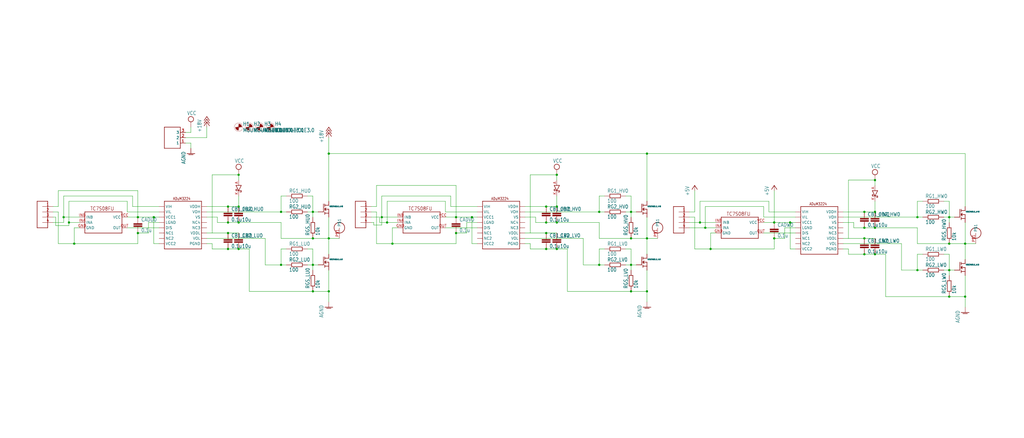
<source format=kicad_sch>
(kicad_sch (version 20211123) (generator eeschema)
  (paper "User" 490.474 210.007)
  (lib_symbols
    (symbol "motordriver_v2-eagle-import:+18V" (power)
      (property "Value" "+18V" (at -2.54 -5.08 90))
      (symbol "+18V_1_0"
        (polyline (pts (xy 0 0) (xy -1.27 -1.905)) (stroke (width 0.254)))
        (polyline (pts (xy 0 1.27) (xy -1.27 -0.635)) (stroke (width 0.254)))
        (polyline (pts (xy 0 2.54) (xy -1.27 0.635)) (stroke (width 0.254)))
        (polyline (pts (xy 1.27 -1.905) (xy 0 0)) (stroke (width 0.254)))
        (polyline (pts (xy 1.27 -0.635) (xy 0 1.27)) (stroke (width 0.254)))
        (polyline (pts (xy 1.27 0.635) (xy 0 2.54)) (stroke (width 0.254)))
        (pin power_in line (at 0 -2.54 90) (length 2.54) (name "+18V") (number "1"))
      )
    )
    (symbol "motordriver_v2-eagle-import:+5V" (power)
      (property "Value" "+5V" (at -2.54 -5.08 90))
      (symbol "+5V_1_0"
        (polyline (pts (xy 0 0) (xy -1.27 -1.905)) (stroke (width 0.254)))
        (polyline (pts (xy 1.27 -1.905) (xy 0 0)) (stroke (width 0.254)))
        (pin power_in line (at 0 -2.54 90) (length 2.54) (name "+5V") (number "1"))
      )
    )
    (symbol "motordriver_v2-eagle-import:ADUM3224"
      (symbol "ADUM3224_1_0"
        (polyline (pts (xy 0 -20.32) (xy 17.78 -20.32)) (stroke (width 0.254)))
        (polyline (pts (xy 0 2.54) (xy 0 -20.32)) (stroke (width 0.254)))
        (polyline (pts (xy 17.78 -20.32) (xy 17.78 2.54)) (stroke (width 0.254)))
        (polyline (pts (xy 17.78 2.54) (xy 0 2.54)) (stroke (width 0.254)))
        (text "ADuM3224" (at 4.064 3.048 0) (effects (font (size 1.27 1.0795)) (justify left bottom)))
        (pin bidirectional line (at -2.54 -10.16 0) (length 2.54) (name "DIS") (number "DIS"))
        (pin bidirectional line (at -2.54 -7.62 0) (length 2.54) (name "LGND") (number "LGND"))
        (pin bidirectional line (at -2.54 -12.7 0) (length 2.54) (name "NC1") (number "NC1"))
        (pin bidirectional line (at -2.54 -15.24 0) (length 2.54) (name "NC2") (number "NC2"))
        (pin bidirectional line (at 20.32 -10.16 180) (length 2.54) (name "NC3") (number "NC3"))
        (pin bidirectional line (at 20.32 -7.62 180) (length 2.54) (name "NC4") (number "NC4"))
        (pin bidirectional line (at 20.32 -17.78 180) (length 2.54) (name "PGND") (number "PGND"))
        (pin bidirectional line (at -2.54 -5.08 0) (length 2.54) (name "VCC1") (number "VCC1"))
        (pin bidirectional line (at -2.54 -17.78 0) (length 2.54) (name "VCC2") (number "VCC2"))
        (pin bidirectional line (at 20.32 0 180) (length 2.54) (name "VDDH") (number "VDDH"))
        (pin bidirectional line (at 20.32 -12.7 180) (length 2.54) (name "VDDL") (number "VDDL"))
        (pin bidirectional line (at -2.54 0 0) (length 2.54) (name "VIH") (number "VIH"))
        (pin bidirectional line (at -2.54 -2.54 0) (length 2.54) (name "VIL") (number "VIL"))
        (pin bidirectional line (at 20.32 -2.54 180) (length 2.54) (name "VOH") (number "VOH"))
        (pin bidirectional line (at 20.32 -15.24 180) (length 2.54) (name "VOL") (number "VOL"))
        (pin bidirectional line (at 20.32 -5.08 180) (length 2.54) (name "VS") (number "VS"))
      )
    )
    (symbol "motordriver_v2-eagle-import:AGND" (power)
      (property "Value" "AGND" (at -2.54 -5.08 90))
      (symbol "AGND_1_0"
        (polyline (pts (xy -1.905 0) (xy 1.905 0)) (stroke (width 0.254)))
        (polyline (pts (xy -1.0922 -0.508) (xy 1.0922 -0.508)) (stroke (width 0.254)))
        (pin power_in line (at 0 2.54 270) (length 2.54) (name "AGND") (number "1"))
      )
    )
    (symbol "motordriver_v2-eagle-import:B4B-XH-A"
      (symbol "B4B-XH-A_1_0"
        (polyline (pts (xy -5.08 -5.08) (xy -5.08 0)) (stroke (width 0.254)))
        (polyline (pts (xy -5.08 0) (xy 7.62 0)) (stroke (width 0.254)))
        (polyline (pts (xy 7.62 -5.08) (xy -5.08 -5.08)) (stroke (width 0.254)))
        (polyline (pts (xy 7.62 0) (xy 7.62 -5.08)) (stroke (width 0.254)))
        (pin bidirectional line (at -2.54 2.54 270) (length 5.08) (name "1") (number "1"))
        (pin bidirectional line (at 0 2.54 270) (length 5.08) (name "2") (number "2"))
        (pin bidirectional line (at 2.54 2.54 270) (length 5.08) (name "3") (number "3"))
        (pin bidirectional line (at 5.08 2.54 270) (length 5.08) (name "4") (number "4"))
      )
    )
    (symbol "motordriver_v2-eagle-import:C-EUC2012"
      (property "Reference" "C" (at 1.524 0.381 0))
      (property "Value" "C-EUC2012" (at 1.524 -4.699 0))
      (symbol "C-EUC2012_1_0"
        (rectangle (start -2.032 -2.032) (end 2.032 -1.524) (fill (type outline)))
        (rectangle (start -2.032 -1.016) (end 2.032 -0.508) (fill (type outline)))
        (polyline (pts (xy 0 -2.54) (xy 0 -2.032)) (stroke (width 0.1524)))
        (polyline (pts (xy 0 0) (xy 0 -0.508)) (stroke (width 0.1524)))
        (pin passive line (at 0 2.54 270) (length 2.54) (name "1") (number "1"))
        (pin passive line (at 0 -5.08 90) (length 2.54) (name "2") (number "2"))
      )
    )
    (symbol "motordriver_v2-eagle-import:C-EUC3225"
      (property "Reference" "C" (at 1.524 0.381 0))
      (property "Value" "C-EUC3225" (at 1.524 -4.699 0))
      (symbol "C-EUC3225_1_0"
        (rectangle (start -2.032 -2.032) (end 2.032 -1.524) (fill (type outline)))
        (rectangle (start -2.032 -1.016) (end 2.032 -0.508) (fill (type outline)))
        (polyline (pts (xy 0 -2.54) (xy 0 -2.032)) (stroke (width 0.1524)))
        (polyline (pts (xy 0 0) (xy 0 -0.508)) (stroke (width 0.1524)))
        (pin passive line (at 0 2.54 270) (length 2.54) (name "1") (number "1"))
        (pin passive line (at 0 -5.08 90) (length 2.54) (name "2") (number "2"))
      )
    )
    (symbol "motordriver_v2-eagle-import:MOUNT-HOLE3.0"
      (property "Reference" "H" (at 2.032 0.5842 0))
      (property "Value" "MOUNT-HOLE3.0" (at 2.032 -2.4638 0))
      (symbol "MOUNT-HOLE3.0_1_0"
        (arc (start -1.524 0) (mid -1.0776 -1.0776) (end 0 -1.524) (stroke (width 0.0001)) (fill (type outline)))
        (polyline (pts (xy -0.508 0) (xy 0.508 0)) (stroke (width 0.0508)))
        (polyline (pts (xy 0 0.508) (xy 0 -0.508)) (stroke (width 0.0508)))
        (circle (center 0 0) (radius 0.508) (stroke (width 0.0508)))
        (circle (center 0 0) (radius 2.032) (stroke (width 0.0508)))
        (arc (start 1.524 0) (mid 1.0776 1.0776) (end 0 1.524) (stroke (width 0.0001)) (fill (type outline)))
      )
    )
    (symbol "motordriver_v2-eagle-import:ND52N6SLG"
      (symbol "ND52N6SLG_1_0"
        (polyline (pts (xy -2.54 -5.08) (xy -5.08 -5.08)) (stroke (width 0.254)))
        (polyline (pts (xy -2.54 -1.27) (xy -2.54 -5.08)) (stroke (width 0.254)))
        (polyline (pts (xy -1.905 -5.715) (xy -1.905 -6.35)) (stroke (width 0.254)))
        (polyline (pts (xy -1.905 -5.715) (xy 0 -5.715)) (stroke (width 0.254)))
        (polyline (pts (xy -1.905 -5.08) (xy -1.905 -5.715)) (stroke (width 0.254)))
        (polyline (pts (xy -1.905 -3.81) (xy -1.905 -4.445)) (stroke (width 0.254)))
        (polyline (pts (xy -1.905 -3.81) (xy -1.27 -4.445)) (stroke (width 0.254)))
        (polyline (pts (xy -1.905 -3.81) (xy -1.27 -3.175)) (stroke (width 0.254)))
        (polyline (pts (xy -1.905 -3.81) (xy 0 -3.81)) (stroke (width 0.254)))
        (polyline (pts (xy -1.905 -3.175) (xy -1.905 -3.81)) (stroke (width 0.254)))
        (polyline (pts (xy -1.905 -1.27) (xy -1.905 -2.54)) (stroke (width 0.254)))
        (polyline (pts (xy 0 -5.715) (xy 0 -7.62)) (stroke (width 0.254)))
        (polyline (pts (xy 0 -3.81) (xy 0 -5.715)) (stroke (width 0.254)))
        (polyline (pts (xy 0 -1.905) (xy -1.905 -1.905)) (stroke (width 0.254)))
        (polyline (pts (xy 0 0) (xy 0 -1.905)) (stroke (width 0.254)))
        (pin bidirectional line (at -5.08 -5.08 0) (length 0) (name "G") (number "1"))
        (pin bidirectional line (at 0 -7.62 0) (length 0) (name "S") (number "3"))
        (pin bidirectional line (at 0 0 0) (length 0) (name "D") (number "4"))
      )
    )
    (symbol "motordriver_v2-eagle-import:R-EU_R2012"
      (property "Reference" "R" (at -3.81 1.4986 0))
      (property "Value" "R-EU_R2012" (at -3.81 -3.302 0))
      (symbol "R-EU_R2012_1_0"
        (polyline (pts (xy -2.54 -0.889) (xy -2.54 0.889)) (stroke (width 0.254)))
        (polyline (pts (xy -2.54 -0.889) (xy 2.54 -0.889)) (stroke (width 0.254)))
        (polyline (pts (xy 2.54 -0.889) (xy 2.54 0.889)) (stroke (width 0.254)))
        (polyline (pts (xy 2.54 0.889) (xy -2.54 0.889)) (stroke (width 0.254)))
        (pin passive line (at -5.08 0 0) (length 2.54) (name "1") (number "1"))
        (pin passive line (at 5.08 0 180) (length 2.54) (name "2") (number "2"))
      )
    )
    (symbol "motordriver_v2-eagle-import:R-EU_R3216"
      (property "Reference" "R" (at -3.81 1.4986 0))
      (property "Value" "R-EU_R3216" (at -3.81 -3.302 0))
      (symbol "R-EU_R3216_1_0"
        (polyline (pts (xy -2.54 -0.889) (xy -2.54 0.889)) (stroke (width 0.254)))
        (polyline (pts (xy -2.54 -0.889) (xy 2.54 -0.889)) (stroke (width 0.254)))
        (polyline (pts (xy 2.54 -0.889) (xy 2.54 0.889)) (stroke (width 0.254)))
        (polyline (pts (xy 2.54 0.889) (xy -2.54 0.889)) (stroke (width 0.254)))
        (pin passive line (at -5.08 0 0) (length 2.54) (name "1") (number "1"))
        (pin passive line (at 5.08 0 180) (length 2.54) (name "2") (number "2"))
      )
    )
    (symbol "motordriver_v2-eagle-import:SBR1U200P1"
      (symbol "SBR1U200P1_1_0"
        (polyline (pts (xy 0 -1.27) (xy 2.54 0)) (stroke (width 0.254)))
        (polyline (pts (xy 0 1.27) (xy 0 -1.27)) (stroke (width 0.254)))
        (polyline (pts (xy 1.905 -1.27) (xy 1.905 -0.635)) (stroke (width 0.254)))
        (polyline (pts (xy 2.54 -1.27) (xy 1.905 -1.27)) (stroke (width 0.254)))
        (polyline (pts (xy 2.54 0) (xy 0 1.27)) (stroke (width 0.254)))
        (polyline (pts (xy 2.54 1.27) (xy 2.54 -1.27)) (stroke (width 0.254)))
        (polyline (pts (xy 2.54 1.27) (xy 3.175 1.27)) (stroke (width 0.254)))
        (polyline (pts (xy 3.175 1.27) (xy 3.175 0.635)) (stroke (width 0.254)))
        (pin bidirectional line (at -2.54 0 0) (length 2.54) (name "A") (number "A"))
        (pin bidirectional line (at 5.08 0 180) (length 2.54) (name "K") (number "K"))
      )
    )
    (symbol "motordriver_v2-eagle-import:TC7S08FU"
      (symbol "TC7S08FU_1_0"
        (polyline (pts (xy 0 -7.62) (xy 17.78 -7.62)) (stroke (width 0.254)))
        (polyline (pts (xy 0 2.54) (xy 0 -7.62)) (stroke (width 0.254)))
        (polyline (pts (xy 17.78 -7.62) (xy 17.78 2.54)) (stroke (width 0.254)))
        (polyline (pts (xy 17.78 2.54) (xy 0 2.54)) (stroke (width 0.254)))
        (text "TC7S08FU" (at 2.54 3.048 0) (effects (font (size 1.778 1.5113)) (justify left bottom)))
        (pin bidirectional line (at -2.54 -5.08 0) (length 2.54) (name "GND") (number "GND"))
        (pin bidirectional line (at -2.54 -2.54 0) (length 2.54) (name "INA") (number "INA"))
        (pin bidirectional line (at -2.54 0 0) (length 2.54) (name "INB") (number "INB"))
        (pin bidirectional line (at 20.32 -5.08 180) (length 2.54) (name "OUT") (number "OUT"))
        (pin bidirectional line (at 20.32 0 180) (length 2.54) (name "VCC") (number "VCC"))
      )
    )
    (symbol "motordriver_v2-eagle-import:TERMINAL_3PIN"
      (symbol "TERMINAL_3PIN_1_0"
        (polyline (pts (xy 0 -7.62) (xy 7.62 -7.62)) (stroke (width 0.254)))
        (polyline (pts (xy 0 2.54) (xy 0 -7.62)) (stroke (width 0.254)))
        (polyline (pts (xy 7.62 -7.62) (xy 7.62 2.54)) (stroke (width 0.254)))
        (polyline (pts (xy 7.62 2.54) (xy 0 2.54)) (stroke (width 0.254)))
        (pin bidirectional line (at -2.54 0 0) (length 2.54) (name "1") (number "1"))
        (pin bidirectional line (at -2.54 -2.54 0) (length 2.54) (name "2") (number "2"))
        (pin bidirectional line (at -2.54 -5.08 0) (length 2.54) (name "3") (number "3"))
      )
    )
    (symbol "motordriver_v2-eagle-import:TH_HOLE_1.5MM"
      (symbol "TH_HOLE_1.5MM_1_0"
        (circle (center 0 0) (radius 2.54) (stroke (width 0.254)))
        (pin bidirectional line (at 0 -5.08 90) (length 5.08) (name "P$1") (number "P$1"))
      )
    )
    (symbol "motordriver_v2-eagle-import:VCC" (power)
      (property "Value" "VCC" (at -1.905 3.175 0))
      (symbol "VCC_1_0"
        (circle (center 0 1.27) (radius 1.27) (stroke (width 0.254)))
        (pin power_in line (at 0 -2.54 90) (length 2.54) (name "VCC") (number "1"))
      )
    )
  )
  (junction (at 114.3 106.68))
  (junction (at 218.44 111.76))
  (junction (at 370.84 106.68))
  (junction (at 454.66 129.54))
  (junction (at 261.62 106.68))
  (junction (at 109.22 119.38))
  (junction (at 149.86 139.7))
  (junction (at 266.7 119.38))
  (junction (at 266.7 99.06))
  (junction (at 309.88 139.7))
  (junction (at 114.3 119.38))
  (junction (at 414.02 101.6))
  (junction (at 414.02 114.3))
  (junction (at 261.62 119.38))
  (junction (at 454.66 142.24))
  (junction (at 337.82 109.22))
  (junction (at 414.02 121.92))
  (junction (at 266.7 106.68))
  (junction (at 134.62 127))
  (junction (at 157.48 139.7))
  (junction (at 340.36 119.38))
  (junction (at 33.02 106.68))
  (junction (at 309.88 114.3))
  (junction (at 30.48 104.14))
  (junction (at 149.86 101.6))
  (junction (at 370.84 114.3))
  (junction (at 302.26 127))
  (junction (at 114.3 99.06))
  (junction (at 302.26 139.7))
  (junction (at 66.04 104.14))
  (junction (at 261.62 99.06))
  (junction (at 157.48 114.3))
  (junction (at 149.86 127))
  (junction (at 35.56 116.84))
  (junction (at 182.88 104.14))
  (junction (at 287.02 101.6))
  (junction (at 157.48 73.66))
  (junction (at 454.66 104.14))
  (junction (at 266.7 83.82))
  (junction (at 218.44 104.14))
  (junction (at 114.3 83.82))
  (junction (at 109.22 99.06))
  (junction (at 302.26 114.3))
  (junction (at 335.28 106.68))
  (junction (at 287.02 127))
  (junction (at 414.02 109.22))
  (junction (at 185.42 106.68))
  (junction (at 309.88 73.66))
  (junction (at 439.42 104.14))
  (junction (at 187.96 116.84))
  (junction (at 419.1 121.92))
  (junction (at 226.06 104.14))
  (junction (at 454.66 116.84))
  (junction (at 73.66 104.14))
  (junction (at 462.28 116.84))
  (junction (at 419.1 101.6))
  (junction (at 261.62 111.76))
  (junction (at 419.1 86.36))
  (junction (at 302.26 101.6))
  (junction (at 66.04 111.76))
  (junction (at 109.22 106.68))
  (junction (at 378.46 106.68))
  (junction (at 109.22 111.76))
  (junction (at 149.86 114.3))
  (junction (at 134.62 101.6))
  (junction (at 439.42 129.54))
  (junction (at 462.28 142.24))
  (junction (at 419.1 109.22))
  (wire (pts (xy 179.07 107.95) (xy 182.88 107.95)))
  (wire (pts (xy 71.12 111.76) (xy 71.12 106.68)))
  (wire (pts (xy 408.94 106.68) (xy 408.94 109.22)))
  (wire (pts (xy 38.1 109.22) (xy 35.56 109.22)))
  (wire (pts (xy 381 109.22) (xy 375.92 109.22)))
  (wire (pts (xy 370.84 114.3) (xy 375.92 114.3)))
  (wire (pts (xy 35.56 116.84) (xy 66.04 116.84)))
  (wire (pts (xy 254 83.82) (xy 266.7 83.82)))
  (wire (pts (xy 441.96 121.92) (xy 439.42 121.92)))
  (wire (pts (xy 157.48 114.3) (xy 157.48 121.92)))
  (wire (pts (xy 342.9 111.76) (xy 340.36 111.76)))
  (wire (pts (xy 137.16 119.38) (xy 134.62 119.38)))
  (wire (pts (xy 419.1 121.92) (xy 424.18 121.92)))
  (wire (pts (xy 378.46 106.68) (xy 381 106.68)))
  (wire (pts (xy 337.82 109.22) (xy 342.9 109.22)))
  (wire (pts (xy 365.76 99.06) (xy 365.76 104.14)))
  (wire (pts (xy 63.5 93.98) (xy 63.5 99.06)))
  (wire (pts (xy 287.02 93.98) (xy 287.02 101.6)))
  (wire (pts (xy 462.28 142.24) (xy 462.28 147.32)))
  (wire (pts (xy 177.8 99.06) (xy 180.34 99.06)))
  (wire (pts (xy 73.66 104.14) (xy 73.66 116.84)))
  (wire (pts (xy 134.62 101.6) (xy 137.16 101.6)))
  (wire (pts (xy 218.44 111.76) (xy 223.52 111.76)))
  (wire (pts (xy 309.88 129.54) (xy 309.88 139.7)))
  (wire (pts (xy 157.48 73.66) (xy 157.48 96.52)))
  (wire (pts (xy 414.02 121.92) (xy 419.1 121.92)))
  (wire (pts (xy 134.62 106.68) (xy 134.62 114.3)))
  (wire (pts (xy 76.2 106.68) (xy 71.12 106.68)))
  (wire (pts (xy 134.62 127) (xy 137.16 127)))
  (wire (pts (xy 330.2 106.68) (xy 335.28 106.68)))
  (wire (pts (xy 33.02 106.68) (xy 33.02 96.52)))
  (wire (pts (xy 27.94 99.06) (xy 27.94 91.44)))
  (wire (pts (xy 406.4 114.3) (xy 403.86 114.3)))
  (wire (pts (xy 266.7 99.06) (xy 266.7 93.98)))
  (wire (pts (xy 91.44 68.58) (xy 91.44 71.12)))
  (wire (pts (xy 157.48 73.66) (xy 309.88 73.66)))
  (wire (pts (xy 33.02 96.52) (xy 60.96 96.52)))
  (wire (pts (xy 441.96 96.52) (xy 439.42 96.52)))
  (wire (pts (xy 271.78 119.38) (xy 271.78 139.7)))
  (wire (pts (xy 251.46 114.3) (xy 279.4 114.3)))
  (wire (pts (xy 114.3 119.38) (xy 119.38 119.38)))
  (wire (pts (xy 454.66 142.24) (xy 462.28 142.24)))
  (wire (pts (xy 365.76 104.14) (xy 381 104.14)))
  (wire (pts (xy 302.26 101.6) (xy 302.26 104.14)))
  (wire (pts (xy 439.42 129.54) (xy 441.96 129.54)))
  (wire (pts (xy 403.86 104.14) (xy 439.42 104.14)))
  (wire (pts (xy 454.66 129.54) (xy 457.2 129.54)))
  (wire (pts (xy 109.22 106.68) (xy 114.3 106.68)))
  (wire (pts (xy 266.7 119.38) (xy 271.78 119.38)))
  (wire (pts (xy 27.94 116.84) (xy 35.56 116.84)))
  (wire (pts (xy 439.42 109.22) (xy 439.42 116.84)))
  (wire (pts (xy 147.32 127) (xy 149.86 127)))
  (wire (pts (xy 177.8 104.14) (xy 181.864 104.14)))
  (wire (pts (xy 309.88 139.7) (xy 309.88 144.78)))
  (wire (pts (xy 406.4 114.3) (xy 414.02 114.3)))
  (wire (pts (xy 30.48 104.14) (xy 38.1 104.14)))
  (wire (pts (xy 424.18 121.92) (xy 424.18 142.24)))
  (wire (pts (xy 213.36 96.52) (xy 213.36 101.6)))
  (wire (pts (xy 213.36 109.22) (xy 228.6 109.22)))
  (wire (pts (xy 454.66 129.54) (xy 454.66 132.08)))
  (wire (pts (xy 180.34 116.84) (xy 187.96 116.84)))
  (wire (pts (xy 88.9 68.58) (xy 91.44 68.58)))
  (wire (pts (xy 127 114.3) (xy 127 127)))
  (wire (pts (xy 33.02 108.204) (xy 33.02 106.68)))
  (wire (pts (xy 109.22 111.76) (xy 114.3 111.76)))
  (wire (pts (xy 114.3 99.06) (xy 114.3 93.98)))
  (wire (pts (xy 332.74 101.6) (xy 332.74 91.44)))
  (wire (pts (xy 73.66 104.14) (xy 76.2 104.14)))
  (wire (pts (xy 337.82 99.06) (xy 365.76 99.06)))
  (wire (pts (xy 439.42 96.52) (xy 439.42 104.14)))
  (wire (pts (xy 419.1 101.6) (xy 419.1 96.52)))
  (wire (pts (xy 424.18 142.24) (xy 454.66 142.24)))
  (wire (pts (xy 335.28 106.68) (xy 335.28 96.52)))
  (wire (pts (xy 127 127) (xy 134.62 127)))
  (wire (pts (xy 226.06 116.84) (xy 228.6 116.84)))
  (wire (pts (xy 251.46 99.06) (xy 261.62 99.06)))
  (wire (pts (xy 147.32 119.38) (xy 149.86 119.38)))
  (wire (pts (xy 261.62 111.76) (xy 266.7 111.76)))
  (wire (pts (xy 149.86 114.3) (xy 157.48 114.3)))
  (wire (pts (xy 149.86 101.6) (xy 149.86 104.14)))
  (wire (pts (xy 462.28 116.84) (xy 467.36 116.84)))
  (wire (pts (xy 309.88 114.3) (xy 309.88 121.92)))
  (wire (pts (xy 439.42 116.84) (xy 454.66 116.84)))
  (wire (pts (xy 251.46 116.84) (xy 254 116.84)))
  (wire (pts (xy 180.34 101.6) (xy 180.34 116.84)))
  (wire (pts (xy 365.76 106.68) (xy 370.84 106.68)))
  (wire (pts (xy 182.88 104.14) (xy 190.5 104.14)))
  (wire (pts (xy 335.28 96.52) (xy 368.3 96.52)))
  (wire (pts (xy 302.26 127) (xy 304.8 127)))
  (wire (pts (xy 149.86 127) (xy 149.86 129.54)))
  (wire (pts (xy 147.32 101.6) (xy 149.86 101.6)))
  (wire (pts (xy 403.86 106.68) (xy 408.94 106.68)))
  (wire (pts (xy 302.26 139.7) (xy 309.88 139.7)))
  (wire (pts (xy 254 111.76) (xy 251.46 111.76)))
  (wire (pts (xy 302.26 101.6) (xy 304.8 101.6)))
  (wire (pts (xy 454.66 96.52) (xy 454.66 104.14)))
  (wire (pts (xy 149.86 119.38) (xy 149.86 127)))
  (wire (pts (xy 215.9 93.98) (xy 215.9 99.06)))
  (wire (pts (xy 88.9 66.04) (xy 99.06 66.04)))
  (wire (pts (xy 256.54 104.14) (xy 256.54 106.68)))
  (wire (pts (xy 419.1 86.36) (xy 419.1 88.9)))
  (wire (pts (xy 406.4 121.92) (xy 414.02 121.92)))
  (wire (pts (xy 104.14 104.14) (xy 104.14 106.68)))
  (wire (pts (xy 299.72 127) (xy 302.26 127)))
  (wire (pts (xy 187.96 109.22) (xy 187.96 116.84)))
  (wire (pts (xy 63.5 99.06) (xy 76.2 99.06)))
  (wire (pts (xy 119.38 119.38) (xy 119.38 139.7)))
  (wire (pts (xy 226.06 104.14) (xy 226.06 116.84)))
  (wire (pts (xy 462.28 73.66) (xy 462.28 99.06)))
  (wire (pts (xy 213.36 104.14) (xy 218.44 104.14)))
  (wire (pts (xy 149.86 139.7) (xy 157.48 139.7)))
  (wire (pts (xy 228.6 106.68) (xy 223.52 106.68)))
  (wire (pts (xy 226.06 104.14) (xy 228.6 104.14)))
  (wire (pts (xy 302.26 127) (xy 302.26 129.54)))
  (wire (pts (xy 462.28 132.08) (xy 462.28 142.24)))
  (wire (pts (xy 30.48 106.68) (xy 30.48 104.14)))
  (wire (pts (xy 378.46 106.68) (xy 378.46 119.38)))
  (wire (pts (xy 431.8 116.84) (xy 431.8 129.54)))
  (wire (pts (xy 99.06 104.14) (xy 104.14 104.14)))
  (wire (pts (xy 25.4 101.6) (xy 27.94 101.6)))
  (wire (pts (xy 25.4 104.14) (xy 26.67 104.14)))
  (wire (pts (xy 279.4 114.3) (xy 279.4 127)))
  (wire (pts (xy 60.96 104.14) (xy 66.04 104.14)))
  (wire (pts (xy 104.14 106.68) (xy 109.22 106.68)))
  (wire (pts (xy 182.88 104.14) (xy 182.88 93.98)))
  (wire (pts (xy 99.06 66.04) (xy 99.06 60.96)))
  (wire (pts (xy 365.76 111.76) (xy 381 111.76)))
  (wire (pts (xy 254 83.82) (xy 254 111.76)))
  (wire (pts (xy 414.02 109.22) (xy 419.1 109.22)))
  (wire (pts (xy 370.84 114.3) (xy 370.84 119.38)))
  (wire (pts (xy 330.2 104.14) (xy 332.74 104.14)))
  (wire (pts (xy 177.8 106.68) (xy 179.07 106.68)))
  (wire (pts (xy 287.02 119.38) (xy 287.02 127)))
  (wire (pts (xy 335.28 106.68) (xy 342.9 106.68)))
  (wire (pts (xy 109.22 99.06) (xy 114.3 99.06)))
  (wire (pts (xy 368.3 101.6) (xy 381 101.6)))
  (wire (pts (xy 181.864 104.14) (xy 181.864 106.68)))
  (wire (pts (xy 101.6 83.82) (xy 114.3 83.82)))
  (wire (pts (xy 60.96 109.22) (xy 76.2 109.22)))
  (wire (pts (xy 177.8 101.6) (xy 180.34 101.6)))
  (wire (pts (xy 147.32 93.98) (xy 149.86 93.98)))
  (wire (pts (xy 101.6 119.38) (xy 109.22 119.38)))
  (wire (pts (xy 256.54 106.68) (xy 261.62 106.68)))
  (wire (pts (xy 66.04 104.14) (xy 73.66 104.14)))
  (wire (pts (xy 157.48 129.54) (xy 157.48 139.7)))
  (wire (pts (xy 454.66 116.84) (xy 462.28 116.84)))
  (wire (pts (xy 254 116.84) (xy 254 119.38)))
  (wire (pts (xy 223.52 111.76) (xy 223.52 106.68)))
  (wire (pts (xy 287.02 101.6) (xy 289.56 101.6)))
  (wire (pts (xy 101.6 116.84) (xy 101.6 119.38)))
  (wire (pts (xy 332.74 119.38) (xy 340.36 119.38)))
  (wire (pts (xy 66.04 111.76) (xy 66.04 116.84)))
  (wire (pts (xy 266.7 106.68) (xy 287.02 106.68)))
  (wire (pts (xy 215.9 99.06) (xy 228.6 99.06)))
  (wire (pts (xy 99.06 99.06) (xy 109.22 99.06)))
  (wire (pts (xy 378.46 119.38) (xy 381 119.38)))
  (wire (pts (xy 251.46 101.6) (xy 287.02 101.6)))
  (wire (pts (xy 439.42 104.14) (xy 441.96 104.14)))
  (wire (pts (xy 452.12 129.54) (xy 454.66 129.54)))
  (wire (pts (xy 99.06 116.84) (xy 101.6 116.84)))
  (wire (pts (xy 452.12 104.14) (xy 454.66 104.14)))
  (wire (pts (xy 218.44 88.9) (xy 218.44 104.14)))
  (wire (pts (xy 452.12 121.92) (xy 454.66 121.92)))
  (wire (pts (xy 101.6 111.76) (xy 109.22 111.76)))
  (wire (pts (xy 134.62 114.3) (xy 149.86 114.3)))
  (wire (pts (xy 261.62 119.38) (xy 266.7 119.38)))
  (wire (pts (xy 414.02 114.3) (xy 419.1 114.3)))
  (wire (pts (xy 414.02 101.6) (xy 419.1 101.6)))
  (wire (pts (xy 332.74 104.14) (xy 332.74 119.38)))
  (wire (pts (xy 114.3 106.68) (xy 134.62 106.68)))
  (wire (pts (xy 299.72 101.6) (xy 302.26 101.6)))
  (wire (pts (xy 66.04 111.76) (xy 71.12 111.76)))
  (wire (pts (xy 287.02 114.3) (xy 302.26 114.3)))
  (wire (pts (xy 289.56 119.38) (xy 287.02 119.38)))
  (wire (pts (xy 261.62 99.06) (xy 266.7 99.06)))
  (wire (pts (xy 309.88 73.66) (xy 462.28 73.66)))
  (wire (pts (xy 403.86 116.84) (xy 431.8 116.84)))
  (wire (pts (xy 406.4 86.36) (xy 406.4 114.3)))
  (wire (pts (xy 254 111.76) (xy 261.62 111.76)))
  (wire (pts (xy 454.66 121.92) (xy 454.66 129.54)))
  (wire (pts (xy 370.84 106.68) (xy 378.46 106.68)))
  (wire (pts (xy 439.42 121.92) (xy 439.42 129.54)))
  (wire (pts (xy 182.88 107.95) (xy 182.88 104.14)))
  (wire (pts (xy 309.88 114.3) (xy 314.96 114.3)))
  (wire (pts (xy 462.28 106.68) (xy 462.28 116.84)))
  (wire (pts (xy 149.86 101.6) (xy 152.4 101.6)))
  (wire (pts (xy 406.4 86.36) (xy 419.1 86.36)))
  (wire (pts (xy 35.56 109.22) (xy 35.56 116.84)))
  (wire (pts (xy 408.94 109.22) (xy 414.02 109.22)))
  (wire (pts (xy 88.9 63.5) (xy 91.44 63.5)))
  (wire (pts (xy 302.26 119.38) (xy 302.26 127)))
  (wire (pts (xy 406.4 119.38) (xy 406.4 121.92)))
  (wire (pts (xy 157.48 114.3) (xy 162.56 114.3)))
  (wire (pts (xy 287.02 127) (xy 289.56 127)))
  (wire (pts (xy 66.04 91.44) (xy 66.04 104.14)))
  (wire (pts (xy 114.3 83.82) (xy 114.3 86.36)))
  (wire (pts (xy 179.07 106.68) (xy 179.07 107.95)))
  (wire (pts (xy 109.22 119.38) (xy 114.3 119.38)))
  (wire (pts (xy 101.6 83.82) (xy 101.6 111.76)))
  (wire (pts (xy 266.7 83.82) (xy 266.7 86.36)))
  (wire (pts (xy 182.88 93.98) (xy 215.9 93.98)))
  (wire (pts (xy 337.82 109.22) (xy 337.82 99.06)))
  (wire (pts (xy 180.34 99.06) (xy 180.34 88.9)))
  (wire (pts (xy 218.44 111.76) (xy 218.44 116.84)))
  (wire (pts (xy 180.34 88.9) (xy 218.44 88.9)))
  (wire (pts (xy 330.2 101.6) (xy 332.74 101.6)))
  (wire (pts (xy 99.06 114.3) (xy 127 114.3)))
  (wire (pts (xy 30.48 93.98) (xy 63.5 93.98)))
  (wire (pts (xy 287.02 106.68) (xy 287.02 114.3)))
  (wire (pts (xy 271.78 139.7) (xy 302.26 139.7)))
  (wire (pts (xy 60.96 101.6) (xy 76.2 101.6)))
  (wire (pts (xy 340.36 111.76) (xy 340.36 119.38)))
  (wire (pts (xy 309.88 104.14) (xy 309.88 114.3)))
  (wire (pts (xy 60.96 96.52) (xy 60.96 101.6)))
  (wire (pts (xy 134.62 119.38) (xy 134.62 127)))
  (wire (pts (xy 309.88 73.66) (xy 309.88 96.52)))
  (wire (pts (xy 99.06 101.6) (xy 134.62 101.6)))
  (wire (pts (xy 185.42 106.68) (xy 190.5 106.68)))
  (wire (pts (xy 431.8 129.54) (xy 439.42 129.54)))
  (wire (pts (xy 299.72 119.38) (xy 302.26 119.38)))
  (wire (pts (xy 73.66 116.84) (xy 76.2 116.84)))
  (wire (pts (xy 149.86 127) (xy 152.4 127)))
  (wire (pts (xy 261.62 106.68) (xy 266.7 106.68)))
  (wire (pts (xy 26.67 104.14) (xy 26.67 108.204)))
  (wire (pts (xy 101.6 111.76) (xy 99.06 111.76)))
  (wire (pts (xy 454.66 104.14) (xy 457.2 104.14)))
  (wire (pts (xy 137.16 93.98) (xy 134.62 93.98)))
  (wire (pts (xy 27.94 101.6) (xy 27.94 116.84)))
  (wire (pts (xy 289.56 93.98) (xy 287.02 93.98)))
  (wire (pts (xy 462.28 116.84) (xy 462.28 124.46)))
  (wire (pts (xy 185.42 106.68) (xy 185.42 96.52)))
  (wire (pts (xy 419.1 109.22) (xy 439.42 109.22)))
  (wire (pts (xy 30.48 104.14) (xy 30.48 93.98)))
  (wire (pts (xy 157.48 66.04) (xy 157.48 73.66)))
  (wire (pts (xy 149.86 93.98) (xy 149.86 101.6)))
  (wire (pts (xy 181.864 106.68) (xy 185.42 106.68)))
  (wire (pts (xy 157.48 139.7) (xy 157.48 144.78)))
  (wire (pts (xy 254 119.38) (xy 261.62 119.38)))
  (wire (pts (xy 330.2 109.22) (xy 337.82 109.22)))
  (wire (pts (xy 279.4 127) (xy 287.02 127)))
  (wire (pts (xy 119.38 139.7) (xy 149.86 139.7)))
  (wire (pts (xy 302.26 93.98) (xy 302.26 101.6)))
  (wire (pts (xy 368.3 96.52) (xy 368.3 101.6)))
  (wire (pts (xy 25.4 106.68) (xy 30.48 106.68)))
  (wire (pts (xy 25.4 99.06) (xy 27.94 99.06)))
  (wire (pts (xy 27.94 91.44) (xy 66.04 91.44)))
  (wire (pts (xy 213.36 101.6) (xy 228.6 101.6)))
  (wire (pts (xy 299.72 93.98) (xy 302.26 93.98)))
  (wire (pts (xy 370.84 91.44) (xy 370.84 106.68)))
  (wire (pts (xy 134.62 93.98) (xy 134.62 101.6)))
  (wire (pts (xy 26.67 108.204) (xy 33.02 108.204)))
  (wire (pts (xy 403.86 101.6) (xy 414.02 101.6)))
  (wire (pts (xy 187.96 116.84) (xy 218.44 116.84)))
  (wire (pts (xy 91.44 63.5) (xy 91.44 60.96)))
  (wire (pts (xy 157.48 104.14) (xy 157.48 114.3)))
  (wire (pts (xy 452.12 96.52) (xy 454.66 96.52)))
  (wire (pts (xy 375.92 114.3) (xy 375.92 109.22)))
  (wire (pts (xy 190.5 109.22) (xy 187.96 109.22)))
  (wire (pts (xy 454.66 104.14) (xy 454.66 106.68)))
  (wire (pts (xy 403.86 119.38) (xy 406.4 119.38)))
  (wire (pts (xy 185.42 96.52) (xy 213.36 96.52)))
  (wire (pts (xy 340.36 119.38) (xy 370.84 119.38)))
  (wire (pts (xy 33.02 106.68) (xy 38.1 106.68)))
  (wire (pts (xy 251.46 104.14) (xy 256.54 104.14)))
  (wire (pts (xy 302.26 114.3) (xy 309.88 114.3)))
  (wire (pts (xy 218.44 104.14) (xy 226.06 104.14)))
  (symbol (lib_id "motordriver_v2-eagle-import:+5V") (at 332.74 88.9 0) (unit 1)
    (property "Reference" "#P+9" (effects hide))
    (property "Value" "+5V" (at 330.2 93.98 90) (effects (font (size 1.778 1.5113)) (justify left bottom)))
    (property "Footprint" "motordriver_v2:" (effects hide))
  )
  (symbol (lib_id "motordriver_v2-eagle-import:R-EU_R3216") (at 294.64 93.98 0) (unit 1)
    (property "Reference" "RG1_HV0" (at 290.83 92.4814 0) (effects (font (size 1.778 1.5113)) (justify left bottom)))
    (property "Value" "100" (at 290.83 97.282 0) (effects (font (size 1.778 1.5113)) (justify left bottom)))
    (property "Footprint" "motordriver_v2:R3216" (effects hide))
  )
  (symbol (lib_id "motordriver_v2-eagle-import:C-EUC2012") (at 414.02 104.14 0) (unit 1)
    (property "Reference" "CB1_HW0" (at 415.544 103.759 0) (effects (font (size 1.778 1.5113)) (justify left bottom)))
    (property "Value" "0.1u" (at 415.544 108.839 0) (effects (font (size 1.778 1.5113)) (justify left bottom)))
    (property "Footprint" "motordriver_v2:C2012" (effects hide))
  )
  (symbol (lib_id "motordriver_v2-eagle-import:VCC") (at 419.1 83.82 0) (unit 1)
    (property "Reference" "#SUPPLY9" (effects hide))
    (property "Value" "VCC" (at 417.195 80.645 0) (effects (font (size 1.778 1.5113)) (justify left bottom)))
    (property "Footprint" "motordriver_v2:" (effects hide))
  )
  (symbol (lib_id "motordriver_v2-eagle-import:TH_HOLE_1.5MM") (at 467.36 111.76 0) (unit 1)
    (property "Reference" "U2" (effects hide))
    (property "Value" "TH_HOLE_1.5MM" (effects hide))
    (property "Footprint" "motordriver_v2:TH_HOLE_1.5MM" (effects hide))
  )
  (symbol (lib_id "motordriver_v2-eagle-import:R-EU_R2012") (at 149.86 109.22 90) (unit 1)
    (property "Reference" "RGS_HU0" (at 148.3614 113.03 0) (effects (font (size 1.778 1.5113)) (justify left bottom)))
    (property "Value" "10k" (at 153.162 113.03 0) (effects (font (size 1.778 1.5113)) (justify left bottom)))
    (property "Footprint" "motordriver_v2:R2012" (effects hide))
  )
  (symbol (lib_id "motordriver_v2-eagle-import:R-EU_R3216") (at 294.64 127 0) (unit 1)
    (property "Reference" "RG2_LV0" (at 290.83 125.5014 0) (effects (font (size 1.778 1.5113)) (justify left bottom)))
    (property "Value" "100" (at 290.83 130.302 0) (effects (font (size 1.778 1.5113)) (justify left bottom)))
    (property "Footprint" "motordriver_v2:R3216" (effects hide))
  )
  (symbol (lib_id "motordriver_v2-eagle-import:C-EUC3225") (at 419.1 104.14 0) (unit 1)
    (property "Reference" "CB2_HW0" (at 420.624 103.759 0) (effects (font (size 1.778 1.5113)) (justify left bottom)))
    (property "Value" "10u" (at 420.624 108.839 0) (effects (font (size 1.778 1.5113)) (justify left bottom)))
    (property "Footprint" "motordriver_v2:C3225" (effects hide))
  )
  (symbol (lib_id "motordriver_v2-eagle-import:AGND") (at 157.48 147.32 0) (unit 1)
    (property "Reference" "#AGND1" (effects hide))
    (property "Value" "AGND" (at 154.94 152.4 90) (effects (font (size 1.778 1.5113)) (justify left bottom)))
    (property "Footprint" "motordriver_v2:" (effects hide))
  )
  (symbol (lib_id "motordriver_v2-eagle-import:R-EU_R3216") (at 142.24 119.38 0) (unit 1)
    (property "Reference" "RG1_LU0" (at 138.43 117.8814 0) (effects (font (size 1.778 1.5113)) (justify left bottom)))
    (property "Value" "100" (at 138.43 122.682 0) (effects (font (size 1.778 1.5113)) (justify left bottom)))
    (property "Footprint" "motordriver_v2:R3216" (effects hide))
  )
  (symbol (lib_id "motordriver_v2-eagle-import:R-EU_R2012") (at 302.26 134.62 90) (unit 1)
    (property "Reference" "RGS_LV0" (at 300.7614 138.43 0) (effects (font (size 1.778 1.5113)) (justify left bottom)))
    (property "Value" "10k" (at 305.562 138.43 0) (effects (font (size 1.778 1.5113)) (justify left bottom)))
    (property "Footprint" "motordriver_v2:R2012" (effects hide))
  )
  (symbol (lib_id "motordriver_v2-eagle-import:AGND") (at 91.44 73.66 0) (unit 1)
    (property "Reference" "#AGND5" (effects hide))
    (property "Value" "AGND" (at 88.9 78.74 90) (effects (font (size 1.778 1.5113)) (justify left bottom)))
    (property "Footprint" "motordriver_v2:" (effects hide))
  )
  (symbol (lib_id "motordriver_v2-eagle-import:C-EUC3225") (at 114.3 114.3 0) (unit 1)
    (property "Reference" "CB2_LU0" (at 115.824 113.919 0) (effects (font (size 1.778 1.5113)) (justify left bottom)))
    (property "Value" "10u" (at 115.824 118.999 0) (effects (font (size 1.778 1.5113)) (justify left bottom)))
    (property "Footprint" "motordriver_v2:C3225" (effects hide))
  )
  (symbol (lib_id "motordriver_v2-eagle-import:TH_HOLE_1.5MM") (at 314.96 109.22 0) (unit 1)
    (property "Reference" "U1" (effects hide))
    (property "Value" "TH_HOLE_1.5MM" (effects hide))
    (property "Footprint" "motordriver_v2:TH_HOLE_1.5MM" (effects hide))
  )
  (symbol (lib_id "motordriver_v2-eagle-import:C-EUC3225") (at 419.1 116.84 0) (unit 1)
    (property "Reference" "CB2_LW0" (at 420.624 116.459 0) (effects (font (size 1.778 1.5113)) (justify left bottom)))
    (property "Value" "10u" (at 420.624 121.539 0) (effects (font (size 1.778 1.5113)) (justify left bottom)))
    (property "Footprint" "motordriver_v2:C3225" (effects hide))
  )
  (symbol (lib_id "motordriver_v2-eagle-import:R-EU_R3216") (at 142.24 93.98 0) (unit 1)
    (property "Reference" "RG1_HU0" (at 138.43 92.4814 0) (effects (font (size 1.778 1.5113)) (justify left bottom)))
    (property "Value" "100" (at 138.43 97.282 0) (effects (font (size 1.778 1.5113)) (justify left bottom)))
    (property "Footprint" "motordriver_v2:R3216" (effects hide))
  )
  (symbol (lib_id "motordriver_v2-eagle-import:B4B-XH-A") (at 22.86 101.6 270) (unit 1)
    (property "Reference" "U$1" (effects hide))
    (property "Value" "B4B-XH-A" (effects hide))
    (property "Footprint" "motordriver_v2:B4B-XH-A" (effects hide))
  )
  (symbol (lib_id "motordriver_v2-eagle-import:ND52N6SLG") (at 157.48 96.52 0) (unit 1)
    (property "Reference" "ND52N6SLG_UH0" (at 157.734 99.314 0) (effects (font (size 0.6096 0.5181)) (justify left bottom)))
    (property "Value" "ND52N6SLG" (effects hide))
    (property "Footprint" "motordriver_v2:TO252" (effects hide))
  )
  (symbol (lib_id "motordriver_v2-eagle-import:R-EU_R3216") (at 447.04 121.92 0) (unit 1)
    (property "Reference" "RG1_LW0" (at 443.23 120.4214 0) (effects (font (size 1.778 1.5113)) (justify left bottom)))
    (property "Value" "100" (at 443.23 125.222 0) (effects (font (size 1.778 1.5113)) (justify left bottom)))
    (property "Footprint" "motordriver_v2:R3216" (effects hide))
  )
  (symbol (lib_id "motordriver_v2-eagle-import:TH_HOLE_1.5MM") (at 162.56 109.22 0) (unit 1)
    (property "Reference" "U0" (effects hide))
    (property "Value" "TH_HOLE_1.5MM" (effects hide))
    (property "Footprint" "motordriver_v2:TH_HOLE_1.5MM" (effects hide))
  )
  (symbol (lib_id "motordriver_v2-eagle-import:AGND") (at 462.28 149.86 0) (unit 1)
    (property "Reference" "#AGND4" (effects hide))
    (property "Value" "AGND" (at 459.74 154.94 90) (effects (font (size 1.778 1.5113)) (justify left bottom)))
    (property "Footprint" "motordriver_v2:" (effects hide))
  )
  (symbol (lib_id "motordriver_v2-eagle-import:C-EUC3225") (at 266.7 101.6 0) (unit 1)
    (property "Reference" "CB2_HV0" (at 268.224 101.219 0) (effects (font (size 1.778 1.5113)) (justify left bottom)))
    (property "Value" "10u" (at 268.224 106.299 0) (effects (font (size 1.778 1.5113)) (justify left bottom)))
    (property "Footprint" "motordriver_v2:C3225" (effects hide))
  )
  (symbol (lib_id "motordriver_v2-eagle-import:SBR1U200P1") (at 419.1 91.44 270) (unit 1)
    (property "Reference" "U$11" (effects hide))
    (property "Value" "SBR1U200P1" (effects hide))
    (property "Footprint" "motordriver_v2:SBR1U200P1" (effects hide))
  )
  (symbol (lib_id "motordriver_v2-eagle-import:R-EU_R3216") (at 294.64 119.38 0) (unit 1)
    (property "Reference" "RG1_LV0" (at 290.83 117.8814 0) (effects (font (size 1.778 1.5113)) (justify left bottom)))
    (property "Value" "100" (at 290.83 122.682 0) (effects (font (size 1.778 1.5113)) (justify left bottom)))
    (property "Footprint" "motordriver_v2:R3216" (effects hide))
  )
  (symbol (lib_id "motordriver_v2-eagle-import:VCC") (at 114.3 81.28 0) (unit 1)
    (property "Reference" "#SUPPLY5" (effects hide))
    (property "Value" "VCC" (at 112.395 78.105 0) (effects (font (size 1.778 1.5113)) (justify left bottom)))
    (property "Footprint" "motordriver_v2:" (effects hide))
  )
  (symbol (lib_id "motordriver_v2-eagle-import:ND52N6SLG") (at 309.88 121.92 0) (unit 1)
    (property "Reference" "ND52N6SLG_VL0" (at 310.134 124.714 0) (effects (font (size 0.6096 0.5181)) (justify left bottom)))
    (property "Value" "ND52N6SLG" (effects hide))
    (property "Footprint" "motordriver_v2:TO252" (effects hide))
  )
  (symbol (lib_id "motordriver_v2-eagle-import:C-EUC2012") (at 218.44 106.68 0) (unit 1)
    (property "Reference" "CADV0" (at 219.964 106.299 0) (effects (font (size 1.778 1.5113)) (justify left bottom)))
    (property "Value" "0.1u" (at 219.964 111.379 0) (effects (font (size 1.778 1.5113)) (justify left bottom)))
    (property "Footprint" "motordriver_v2:C2012" (effects hide))
  )
  (symbol (lib_id "motordriver_v2-eagle-import:C-EUC2012") (at 66.04 106.68 0) (unit 1)
    (property "Reference" "CADU0" (at 67.564 106.299 0) (effects (font (size 1.778 1.5113)) (justify left bottom)))
    (property "Value" "0.1u" (at 67.564 111.379 0) (effects (font (size 1.778 1.5113)) (justify left bottom)))
    (property "Footprint" "motordriver_v2:C2012" (effects hide))
  )
  (symbol (lib_id "motordriver_v2-eagle-import:VCC") (at 266.7 81.28 0) (unit 1)
    (property "Reference" "#SUPPLY7" (effects hide))
    (property "Value" "VCC" (at 264.795 78.105 0) (effects (font (size 1.778 1.5113)) (justify left bottom)))
    (property "Footprint" "motordriver_v2:" (effects hide))
  )
  (symbol (lib_id "motordriver_v2-eagle-import:R-EU_R3216") (at 142.24 127 0) (unit 1)
    (property "Reference" "RG2_LU0" (at 138.43 125.5014 0) (effects (font (size 1.778 1.5113)) (justify left bottom)))
    (property "Value" "100" (at 138.43 130.302 0) (effects (font (size 1.778 1.5113)) (justify left bottom)))
    (property "Footprint" "motordriver_v2:R3216" (effects hide))
  )
  (symbol (lib_id "motordriver_v2-eagle-import:ND52N6SLG") (at 462.28 99.06 0) (unit 1)
    (property "Reference" "ND52N6SLG_WH0" (at 462.534 101.854 0) (effects (font (size 0.6096 0.5181)) (justify left bottom)))
    (property "Value" "ND52N6SLG" (effects hide))
    (property "Footprint" "motordriver_v2:TO252" (effects hide))
  )
  (symbol (lib_id "motordriver_v2-eagle-import:C-EUC2012") (at 109.22 101.6 0) (unit 1)
    (property "Reference" "CB1_HU0" (at 110.744 101.219 0) (effects (font (size 1.778 1.5113)) (justify left bottom)))
    (property "Value" "0.1u" (at 110.744 106.299 0) (effects (font (size 1.778 1.5113)) (justify left bottom)))
    (property "Footprint" "motordriver_v2:C2012" (effects hide))
  )
  (symbol (lib_id "motordriver_v2-eagle-import:TC7S08FU") (at 40.64 104.14 0) (unit 1)
    (property "Reference" "U$5" (effects hide))
    (property "Value" "TC7S08FU" (effects hide))
    (property "Footprint" "motordriver_v2:TC7S08FU" (effects hide))
  )
  (symbol (lib_id "motordriver_v2-eagle-import:C-EUC3225") (at 114.3 101.6 0) (unit 1)
    (property "Reference" "CB2_HU0" (at 115.824 101.219 0) (effects (font (size 1.778 1.5113)) (justify left bottom)))
    (property "Value" "10u" (at 115.824 106.299 0) (effects (font (size 1.778 1.5113)) (justify left bottom)))
    (property "Footprint" "motordriver_v2:C3225" (effects hide))
  )
  (symbol (lib_id "motordriver_v2-eagle-import:MOUNT-HOLE3.0") (at 114.3 60.96 0) (unit 1)
    (property "Reference" "H1" (at 116.332 60.3758 0) (effects (font (size 1.778 1.5113)) (justify left bottom)))
    (property "Value" "MOUNT-HOLE3.0" (at 116.332 63.4238 0) (effects (font (size 1.778 1.5113)) (justify left bottom)))
    (property "Footprint" "motordriver_v2:3,0" (effects hide))
  )
  (symbol (lib_id "motordriver_v2-eagle-import:+18V") (at 157.48 63.5 0) (unit 1)
    (property "Reference" "#P+2" (effects hide))
    (property "Value" "+18V" (at 154.94 68.58 90) (effects (font (size 1.778 1.5113)) (justify left bottom)))
    (property "Footprint" "motordriver_v2:" (effects hide))
  )
  (symbol (lib_id "motordriver_v2-eagle-import:TC7S08FU") (at 345.44 106.68 0) (unit 1)
    (property "Reference" "U$12" (effects hide))
    (property "Value" "TC7S08FU" (effects hide))
    (property "Footprint" "motordriver_v2:TC7S08FU" (effects hide))
  )
  (symbol (lib_id "motordriver_v2-eagle-import:C-EUC2012") (at 370.84 109.22 0) (unit 1)
    (property "Reference" "CADW0" (at 372.364 108.839 0) (effects (font (size 1.778 1.5113)) (justify left bottom)))
    (property "Value" "0.1u" (at 372.364 113.919 0) (effects (font (size 1.778 1.5113)) (justify left bottom)))
    (property "Footprint" "motordriver_v2:C2012" (effects hide))
  )
  (symbol (lib_id "motordriver_v2-eagle-import:C-EUC3225") (at 266.7 114.3 0) (unit 1)
    (property "Reference" "CB2_LV0" (at 268.224 113.919 0) (effects (font (size 1.778 1.5113)) (justify left bottom)))
    (property "Value" "10u" (at 268.224 118.999 0) (effects (font (size 1.778 1.5113)) (justify left bottom)))
    (property "Footprint" "motordriver_v2:C3225" (effects hide))
  )
  (symbol (lib_id "motordriver_v2-eagle-import:ND52N6SLG") (at 157.48 121.92 0) (unit 1)
    (property "Reference" "ND52N6SLG_UL0" (at 157.734 124.714 0) (effects (font (size 0.6096 0.5181)) (justify left bottom)))
    (property "Value" "ND52N6SLG" (effects hide))
    (property "Footprint" "motordriver_v2:TO252" (effects hide))
  )
  (symbol (lib_id "motordriver_v2-eagle-import:C-EUC2012") (at 261.62 101.6 0) (unit 1)
    (property "Reference" "CB1_HV0" (at 263.144 101.219 0) (effects (font (size 1.778 1.5113)) (justify left bottom)))
    (property "Value" "0.1u" (at 263.144 106.299 0) (effects (font (size 1.778 1.5113)) (justify left bottom)))
    (property "Footprint" "motordriver_v2:C2012" (effects hide))
  )
  (symbol (lib_id "motordriver_v2-eagle-import:R-EU_R2012") (at 149.86 134.62 90) (unit 1)
    (property "Reference" "RGS_LU0" (at 148.3614 138.43 0) (effects (font (size 1.778 1.5113)) (justify left bottom)))
    (property "Value" "10k" (at 153.162 138.43 0) (effects (font (size 1.778 1.5113)) (justify left bottom)))
    (property "Footprint" "motordriver_v2:R2012" (effects hide))
  )
  (symbol (lib_id "motordriver_v2-eagle-import:SBR1U200P1") (at 266.7 88.9 270) (unit 1)
    (property "Reference" "SBD_V0" (effects hide))
    (property "Value" "SBR1U200P1" (effects hide))
    (property "Footprint" "motordriver_v2:SBR1U200P1" (effects hide))
  )
  (symbol (lib_id "motordriver_v2-eagle-import:C-EUC2012") (at 261.62 114.3 0) (unit 1)
    (property "Reference" "CB1_LV0" (at 263.144 113.919 0) (effects (font (size 1.778 1.5113)) (justify left bottom)))
    (property "Value" "0.1u" (at 263.144 118.999 0) (effects (font (size 1.778 1.5113)) (justify left bottom)))
    (property "Footprint" "motordriver_v2:C2012" (effects hide))
  )
  (symbol (lib_id "motordriver_v2-eagle-import:MOUNT-HOLE3.0") (at 129.54 60.96 0) (unit 1)
    (property "Reference" "H4" (at 131.572 60.3758 0) (effects (font (size 1.778 1.5113)) (justify left bottom)))
    (property "Value" "MOUNT-HOLE3.0" (at 131.572 63.4238 0) (effects (font (size 1.778 1.5113)) (justify left bottom)))
    (property "Footprint" "motordriver_v2:3,0" (effects hide))
  )
  (symbol (lib_id "motordriver_v2-eagle-import:R-EU_R3216") (at 447.04 96.52 0) (unit 1)
    (property "Reference" "RG1_HW0" (at 443.23 95.0214 0) (effects (font (size 1.778 1.5113)) (justify left bottom)))
    (property "Value" "100" (at 443.23 99.822 0) (effects (font (size 1.778 1.5113)) (justify left bottom)))
    (property "Footprint" "motordriver_v2:R3216" (effects hide))
  )
  (symbol (lib_id "motordriver_v2-eagle-import:R-EU_R3216") (at 447.04 104.14 0) (unit 1)
    (property "Reference" "RG2_HW0" (at 443.23 102.6414 0) (effects (font (size 1.778 1.5113)) (justify left bottom)))
    (property "Value" "100" (at 443.23 107.442 0) (effects (font (size 1.778 1.5113)) (justify left bottom)))
    (property "Footprint" "motordriver_v2:R3216" (effects hide))
  )
  (symbol (lib_id "motordriver_v2-eagle-import:ND52N6SLG") (at 309.88 96.52 0) (unit 1)
    (property "Reference" "ND52N6SLG_VH0" (at 310.134 99.314 0) (effects (font (size 0.6096 0.5181)) (justify left bottom)))
    (property "Value" "ND52N6SLG" (effects hide))
    (property "Footprint" "motordriver_v2:TO252" (effects hide))
  )
  (symbol (lib_id "motordriver_v2-eagle-import:R-EU_R2012") (at 302.26 109.22 90) (unit 1)
    (property "Reference" "RGS_HV0" (at 300.7614 113.03 0) (effects (font (size 1.778 1.5113)) (justify left bottom)))
    (property "Value" "10k" (at 305.562 113.03 0) (effects (font (size 1.778 1.5113)) (justify left bottom)))
    (property "Footprint" "motordriver_v2:R2012" (effects hide))
  )
  (symbol (lib_id "motordriver_v2-eagle-import:R-EU_R3216") (at 294.64 101.6 0) (unit 1)
    (property "Reference" "RG2_HV0" (at 290.83 100.1014 0) (effects (font (size 1.778 1.5113)) (justify left bottom)))
    (property "Value" "100" (at 290.83 104.902 0) (effects (font (size 1.778 1.5113)) (justify left bottom)))
    (property "Footprint" "motordriver_v2:R3216" (effects hide))
  )
  (symbol (lib_id "motordriver_v2-eagle-import:C-EUC2012") (at 109.22 114.3 0) (unit 1)
    (property "Reference" "CB1_LU0" (at 110.744 113.919 0) (effects (font (size 1.778 1.5113)) (justify left bottom)))
    (property "Value" "0.1u" (at 110.744 118.999 0) (effects (font (size 1.778 1.5113)) (justify left bottom)))
    (property "Footprint" "motordriver_v2:C2012" (effects hide))
  )
  (symbol (lib_id "motordriver_v2-eagle-import:C-EUC2012") (at 414.02 116.84 0) (unit 1)
    (property "Reference" "CB1_LW0" (at 415.544 116.459 0) (effects (font (size 1.778 1.5113)) (justify left bottom)))
    (property "Value" "0.1u" (at 415.544 121.539 0) (effects (font (size 1.778 1.5113)) (justify left bottom)))
    (property "Footprint" "motordriver_v2:C2012" (effects hide))
  )
  (symbol (lib_id "motordriver_v2-eagle-import:TERMINAL_3PIN") (at 86.36 68.58 180) (unit 1)
    (property "Reference" "U$7" (effects hide))
    (property "Value" "TERMINAL_3PIN" (effects hide))
    (property "Footprint" "motordriver_v2:TERMINAL_3PIN" (effects hide))
  )
  (symbol (lib_id "motordriver_v2-eagle-import:R-EU_R2012") (at 454.66 137.16 90) (unit 1)
    (property "Reference" "RGS_LW0" (at 453.1614 140.97 0) (effects (font (size 1.778 1.5113)) (justify left bottom)))
    (property "Value" "10k" (at 457.962 140.97 0) (effects (font (size 1.778 1.5113)) (justify left bottom)))
    (property "Footprint" "motordriver_v2:R2012" (effects hide))
  )
  (symbol (lib_id "motordriver_v2-eagle-import:+5V") (at 370.84 88.9 0) (unit 1)
    (property "Reference" "#P+7" (effects hide))
    (property "Value" "+5V" (at 368.3 93.98 90) (effects (font (size 1.778 1.5113)) (justify left bottom)))
    (property "Footprint" "motordriver_v2:" (effects hide))
  )
  (symbol (lib_id "motordriver_v2-eagle-import:ND52N6SLG") (at 462.28 124.46 0) (unit 1)
    (property "Reference" "ND52N6SLG_WL0" (at 462.534 127.254 0) (effects (font (size 0.6096 0.5181)) (justify left bottom)))
    (property "Value" "ND52N6SLG" (effects hide))
    (property "Footprint" "motordriver_v2:TO252" (effects hide))
  )
  (symbol (lib_id "motordriver_v2-eagle-import:R-EU_R3216") (at 142.24 101.6 0) (unit 1)
    (property "Reference" "RG2_HU0" (at 138.43 100.1014 0) (effects (font (size 1.778 1.5113)) (justify left bottom)))
    (property "Value" "100" (at 138.43 104.902 0) (effects (font (size 1.778 1.5113)) (justify left bottom)))
    (property "Footprint" "motordriver_v2:R3216" (effects hide))
  )
  (symbol (lib_id "motordriver_v2-eagle-import:R-EU_R3216") (at 447.04 129.54 0) (unit 1)
    (property "Reference" "RG2_LW0" (at 443.23 128.0414 0) (effects (font (size 1.778 1.5113)) (justify left bottom)))
    (property "Value" "100" (at 443.23 132.842 0) (effects (font (size 1.778 1.5113)) (justify left bottom)))
    (property "Footprint" "motordriver_v2:R3216" (effects hide))
  )
  (symbol (lib_id "motordriver_v2-eagle-import:B4B-XH-A") (at 327.66 104.14 270) (unit 1)
    (property "Reference" "U$4" (effects hide))
    (property "Value" "B4B-XH-A" (effects hide))
    (property "Footprint" "motordriver_v2:B4B-XH-A" (effects hide))
  )
  (symbol (lib_id "motordriver_v2-eagle-import:R-EU_R2012") (at 454.66 111.76 90) (unit 1)
    (property "Reference" "RGS_HW0" (at 453.1614 115.57 0) (effects (font (size 1.778 1.5113)) (justify left bottom)))
    (property "Value" "10k" (at 457.962 115.57 0) (effects (font (size 1.778 1.5113)) (justify left bottom)))
    (property "Footprint" "motordriver_v2:R2012" (effects hide))
  )
  (symbol (lib_id "motordriver_v2-eagle-import:ADUM3224") (at 231.14 99.06 0) (unit 1)
    (property "Reference" "U$6" (effects hide))
    (property "Value" "ADUM3224" (effects hide))
    (property "Footprint" "motordriver_v2:SO16" (effects hide))
  )
  (symbol (lib_id "motordriver_v2-eagle-import:AGND") (at 309.88 147.32 0) (unit 1)
    (property "Reference" "#AGND3" (effects hide))
    (property "Value" "AGND" (at 307.34 152.4 90) (effects (font (size 1.778 1.5113)) (justify left bottom)))
    (property "Footprint" "motordriver_v2:" (effects hide))
  )
  (symbol (lib_id "motordriver_v2-eagle-import:VCC") (at 91.44 58.42 0) (unit 1)
    (property "Reference" "#SUPPLY4" (effects hide))
    (property "Value" "VCC" (at 89.535 55.245 0) (effects (font (size 1.778 1.5113)) (justify left bottom)))
    (property "Footprint" "motordriver_v2:" (effects hide))
  )
  (symbol (lib_id "motordriver_v2-eagle-import:B4B-XH-A") (at 175.26 101.6 270) (unit 1)
    (property "Reference" "U$2" (effects hide))
    (property "Value" "B4B-XH-A" (effects hide))
    (property "Footprint" "motordriver_v2:B4B-XH-A" (effects hide))
  )
  (symbol (lib_id "motordriver_v2-eagle-import:ADUM3224") (at 78.74 99.06 0) (unit 1)
    (property "Reference" "U$3" (effects hide))
    (property "Value" "ADUM3224" (effects hide))
    (property "Footprint" "motordriver_v2:SO16" (effects hide))
  )
  (symbol (lib_id "motordriver_v2-eagle-import:SBR1U200P1") (at 114.3 88.9 270) (unit 1)
    (property "Reference" "SBD_U0" (effects hide))
    (property "Value" "SBR1U200P1" (effects hide))
    (property "Footprint" "motordriver_v2:SBR1U200P1" (effects hide))
  )
  (symbol (lib_id "motordriver_v2-eagle-import:ADUM3224") (at 383.54 101.6 0) (unit 1)
    (property "Reference" "U$10" (effects hide))
    (property "Value" "ADUM3224" (effects hide))
    (property "Footprint" "motordriver_v2:SO16" (effects hide))
  )
  (symbol (lib_id "motordriver_v2-eagle-import:+18V") (at 99.06 58.42 0) (unit 1)
    (property "Reference" "#P+8" (effects hide))
    (property "Value" "+18V" (at 96.52 63.5 90) (effects (font (size 1.778 1.5113)) (justify left bottom)))
    (property "Footprint" "motordriver_v2:" (effects hide))
  )
  (symbol (lib_id "motordriver_v2-eagle-import:MOUNT-HOLE3.0") (at 119.38 60.96 0) (unit 1)
    (property "Reference" "H2" (at 121.412 60.3758 0) (effects (font (size 1.778 1.5113)) (justify left bottom)))
    (property "Value" "MOUNT-HOLE3.0" (at 121.412 63.4238 0) (effects (font (size 1.778 1.5113)) (justify left bottom)))
    (property "Footprint" "motordriver_v2:3,0" (effects hide))
  )
  (symbol (lib_id "motordriver_v2-eagle-import:TC7S08FU") (at 193.04 104.14 0) (unit 1)
    (property "Reference" "U$8" (effects hide))
    (property "Value" "TC7S08FU" (effects hide))
    (property "Footprint" "motordriver_v2:TC7S08FU" (effects hide))
  )
  (symbol (lib_id "motordriver_v2-eagle-import:MOUNT-HOLE3.0") (at 124.46 60.96 0) (unit 1)
    (property "Reference" "H3" (at 126.492 60.3758 0) (effects (font (size 1.778 1.5113)) (justify left bottom)))
    (property "Value" "MOUNT-HOLE3.0" (at 126.492 63.4238 0) (effects (font (size 1.778 1.5113)) (justify left bottom)))
    (property "Footprint" "motordriver_v2:3,0" (effects hide))
  )
)
</source>
